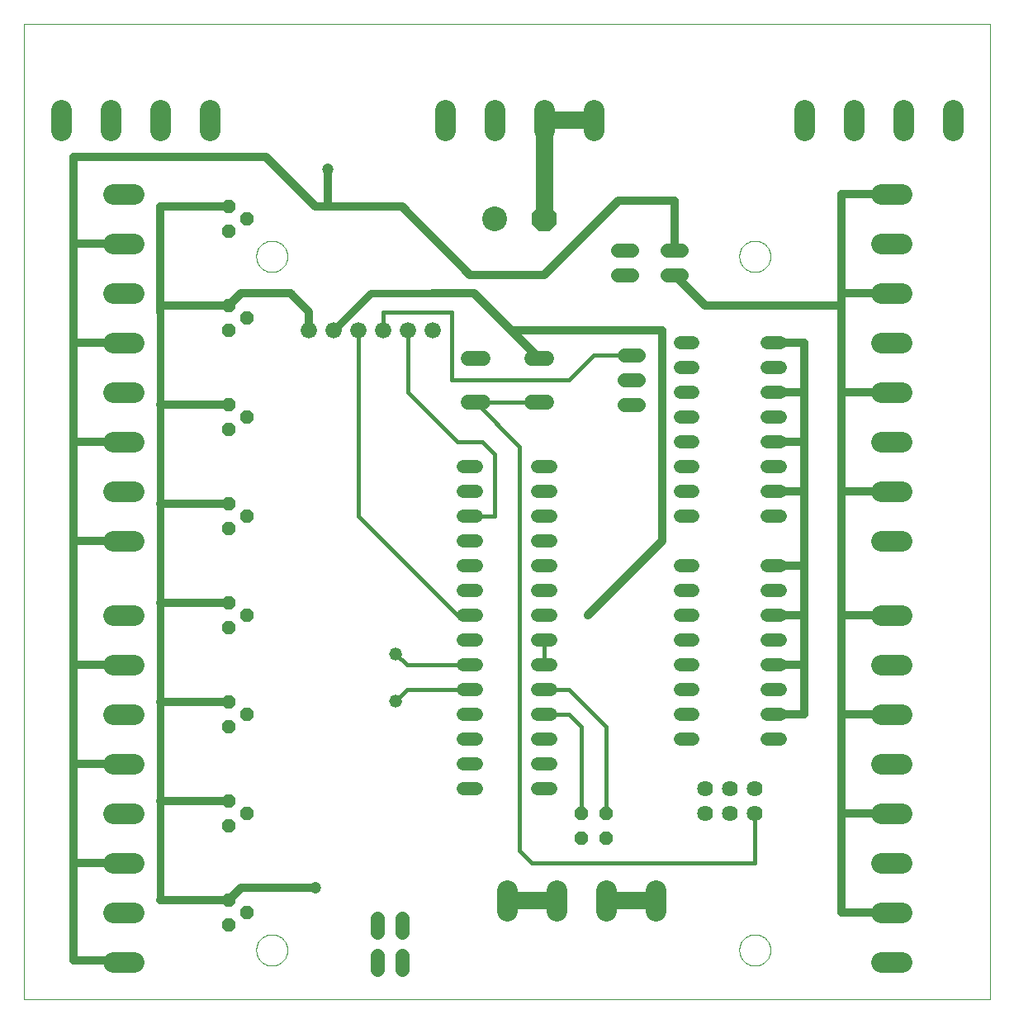
<source format=gtl>
G75*
G70*
%OFA0B0*%
%FSLAX24Y24*%
%IPPOS*%
%LPD*%
%AMOC8*
5,1,8,0,0,1.08239X$1,22.5*
%
%ADD10C,0.0000*%
%ADD11C,0.0825*%
%ADD12OC8,0.0520*%
%ADD13C,0.0520*%
%ADD14C,0.0600*%
%ADD15C,0.0660*%
%ADD16C,0.0520*%
%ADD17C,0.0640*%
%ADD18C,0.1000*%
%ADD19OC8,0.1000*%
%ADD20C,0.0560*%
%ADD21OC8,0.0560*%
%ADD22C,0.0320*%
%ADD23C,0.0472*%
%ADD24C,0.0315*%
%ADD25C,0.0700*%
%ADD26C,0.0356*%
%ADD27C,0.0157*%
%ADD28C,0.0160*%
D10*
X000101Y000242D02*
X000101Y039612D01*
X039093Y039612D01*
X039093Y000242D01*
X000101Y000242D01*
X009471Y002242D02*
X009473Y002292D01*
X009479Y002342D01*
X009489Y002391D01*
X009503Y002439D01*
X009520Y002486D01*
X009541Y002531D01*
X009566Y002575D01*
X009594Y002616D01*
X009626Y002655D01*
X009660Y002692D01*
X009697Y002726D01*
X009737Y002756D01*
X009779Y002783D01*
X009823Y002807D01*
X009869Y002828D01*
X009916Y002844D01*
X009964Y002857D01*
X010014Y002866D01*
X010063Y002871D01*
X010114Y002872D01*
X010164Y002869D01*
X010213Y002862D01*
X010262Y002851D01*
X010310Y002836D01*
X010356Y002818D01*
X010401Y002796D01*
X010444Y002770D01*
X010485Y002741D01*
X010524Y002709D01*
X010560Y002674D01*
X010592Y002636D01*
X010622Y002596D01*
X010649Y002553D01*
X010672Y002509D01*
X010691Y002463D01*
X010707Y002415D01*
X010719Y002366D01*
X010727Y002317D01*
X010731Y002267D01*
X010731Y002217D01*
X010727Y002167D01*
X010719Y002118D01*
X010707Y002069D01*
X010691Y002021D01*
X010672Y001975D01*
X010649Y001931D01*
X010622Y001888D01*
X010592Y001848D01*
X010560Y001810D01*
X010524Y001775D01*
X010485Y001743D01*
X010444Y001714D01*
X010401Y001688D01*
X010356Y001666D01*
X010310Y001648D01*
X010262Y001633D01*
X010213Y001622D01*
X010164Y001615D01*
X010114Y001612D01*
X010063Y001613D01*
X010014Y001618D01*
X009964Y001627D01*
X009916Y001640D01*
X009869Y001656D01*
X009823Y001677D01*
X009779Y001701D01*
X009737Y001728D01*
X009697Y001758D01*
X009660Y001792D01*
X009626Y001829D01*
X009594Y001868D01*
X009566Y001909D01*
X009541Y001953D01*
X009520Y001998D01*
X009503Y002045D01*
X009489Y002093D01*
X009479Y002142D01*
X009473Y002192D01*
X009471Y002242D01*
X028971Y002242D02*
X028973Y002292D01*
X028979Y002342D01*
X028989Y002391D01*
X029003Y002439D01*
X029020Y002486D01*
X029041Y002531D01*
X029066Y002575D01*
X029094Y002616D01*
X029126Y002655D01*
X029160Y002692D01*
X029197Y002726D01*
X029237Y002756D01*
X029279Y002783D01*
X029323Y002807D01*
X029369Y002828D01*
X029416Y002844D01*
X029464Y002857D01*
X029514Y002866D01*
X029563Y002871D01*
X029614Y002872D01*
X029664Y002869D01*
X029713Y002862D01*
X029762Y002851D01*
X029810Y002836D01*
X029856Y002818D01*
X029901Y002796D01*
X029944Y002770D01*
X029985Y002741D01*
X030024Y002709D01*
X030060Y002674D01*
X030092Y002636D01*
X030122Y002596D01*
X030149Y002553D01*
X030172Y002509D01*
X030191Y002463D01*
X030207Y002415D01*
X030219Y002366D01*
X030227Y002317D01*
X030231Y002267D01*
X030231Y002217D01*
X030227Y002167D01*
X030219Y002118D01*
X030207Y002069D01*
X030191Y002021D01*
X030172Y001975D01*
X030149Y001931D01*
X030122Y001888D01*
X030092Y001848D01*
X030060Y001810D01*
X030024Y001775D01*
X029985Y001743D01*
X029944Y001714D01*
X029901Y001688D01*
X029856Y001666D01*
X029810Y001648D01*
X029762Y001633D01*
X029713Y001622D01*
X029664Y001615D01*
X029614Y001612D01*
X029563Y001613D01*
X029514Y001618D01*
X029464Y001627D01*
X029416Y001640D01*
X029369Y001656D01*
X029323Y001677D01*
X029279Y001701D01*
X029237Y001728D01*
X029197Y001758D01*
X029160Y001792D01*
X029126Y001829D01*
X029094Y001868D01*
X029066Y001909D01*
X029041Y001953D01*
X029020Y001998D01*
X029003Y002045D01*
X028989Y002093D01*
X028979Y002142D01*
X028973Y002192D01*
X028971Y002242D01*
X028971Y030242D02*
X028973Y030292D01*
X028979Y030342D01*
X028989Y030391D01*
X029003Y030439D01*
X029020Y030486D01*
X029041Y030531D01*
X029066Y030575D01*
X029094Y030616D01*
X029126Y030655D01*
X029160Y030692D01*
X029197Y030726D01*
X029237Y030756D01*
X029279Y030783D01*
X029323Y030807D01*
X029369Y030828D01*
X029416Y030844D01*
X029464Y030857D01*
X029514Y030866D01*
X029563Y030871D01*
X029614Y030872D01*
X029664Y030869D01*
X029713Y030862D01*
X029762Y030851D01*
X029810Y030836D01*
X029856Y030818D01*
X029901Y030796D01*
X029944Y030770D01*
X029985Y030741D01*
X030024Y030709D01*
X030060Y030674D01*
X030092Y030636D01*
X030122Y030596D01*
X030149Y030553D01*
X030172Y030509D01*
X030191Y030463D01*
X030207Y030415D01*
X030219Y030366D01*
X030227Y030317D01*
X030231Y030267D01*
X030231Y030217D01*
X030227Y030167D01*
X030219Y030118D01*
X030207Y030069D01*
X030191Y030021D01*
X030172Y029975D01*
X030149Y029931D01*
X030122Y029888D01*
X030092Y029848D01*
X030060Y029810D01*
X030024Y029775D01*
X029985Y029743D01*
X029944Y029714D01*
X029901Y029688D01*
X029856Y029666D01*
X029810Y029648D01*
X029762Y029633D01*
X029713Y029622D01*
X029664Y029615D01*
X029614Y029612D01*
X029563Y029613D01*
X029514Y029618D01*
X029464Y029627D01*
X029416Y029640D01*
X029369Y029656D01*
X029323Y029677D01*
X029279Y029701D01*
X029237Y029728D01*
X029197Y029758D01*
X029160Y029792D01*
X029126Y029829D01*
X029094Y029868D01*
X029066Y029909D01*
X029041Y029953D01*
X029020Y029998D01*
X029003Y030045D01*
X028989Y030093D01*
X028979Y030142D01*
X028973Y030192D01*
X028971Y030242D01*
X009471Y030242D02*
X009473Y030292D01*
X009479Y030342D01*
X009489Y030391D01*
X009503Y030439D01*
X009520Y030486D01*
X009541Y030531D01*
X009566Y030575D01*
X009594Y030616D01*
X009626Y030655D01*
X009660Y030692D01*
X009697Y030726D01*
X009737Y030756D01*
X009779Y030783D01*
X009823Y030807D01*
X009869Y030828D01*
X009916Y030844D01*
X009964Y030857D01*
X010014Y030866D01*
X010063Y030871D01*
X010114Y030872D01*
X010164Y030869D01*
X010213Y030862D01*
X010262Y030851D01*
X010310Y030836D01*
X010356Y030818D01*
X010401Y030796D01*
X010444Y030770D01*
X010485Y030741D01*
X010524Y030709D01*
X010560Y030674D01*
X010592Y030636D01*
X010622Y030596D01*
X010649Y030553D01*
X010672Y030509D01*
X010691Y030463D01*
X010707Y030415D01*
X010719Y030366D01*
X010727Y030317D01*
X010731Y030267D01*
X010731Y030217D01*
X010727Y030167D01*
X010719Y030118D01*
X010707Y030069D01*
X010691Y030021D01*
X010672Y029975D01*
X010649Y029931D01*
X010622Y029888D01*
X010592Y029848D01*
X010560Y029810D01*
X010524Y029775D01*
X010485Y029743D01*
X010444Y029714D01*
X010401Y029688D01*
X010356Y029666D01*
X010310Y029648D01*
X010262Y029633D01*
X010213Y029622D01*
X010164Y029615D01*
X010114Y029612D01*
X010063Y029613D01*
X010014Y029618D01*
X009964Y029627D01*
X009916Y029640D01*
X009869Y029656D01*
X009823Y029677D01*
X009779Y029701D01*
X009737Y029728D01*
X009697Y029758D01*
X009660Y029792D01*
X009626Y029829D01*
X009594Y029868D01*
X009566Y029909D01*
X009541Y029953D01*
X009520Y029998D01*
X009503Y030045D01*
X009489Y030093D01*
X009479Y030142D01*
X009473Y030192D01*
X009471Y030242D01*
D11*
X004513Y030742D02*
X003688Y030742D01*
X003688Y032742D02*
X004513Y032742D01*
X003601Y035329D02*
X003601Y036154D01*
X005601Y036154D02*
X005601Y035329D01*
X007601Y035329D02*
X007601Y036154D01*
X001601Y036154D02*
X001601Y035329D01*
X003688Y028742D02*
X004513Y028742D01*
X004513Y026742D02*
X003688Y026742D01*
X003688Y024742D02*
X004513Y024742D01*
X004513Y022742D02*
X003688Y022742D01*
X003688Y020742D02*
X004513Y020742D01*
X004513Y018742D02*
X003688Y018742D01*
X003688Y015742D02*
X004513Y015742D01*
X004513Y013742D02*
X003688Y013742D01*
X003688Y011742D02*
X004513Y011742D01*
X004513Y009742D02*
X003688Y009742D01*
X003688Y007742D02*
X004513Y007742D01*
X004513Y005742D02*
X003688Y005742D01*
X003688Y003742D02*
X004513Y003742D01*
X004513Y001742D02*
X003688Y001742D01*
X019601Y003829D02*
X019601Y004654D01*
X021601Y004654D02*
X021601Y003829D01*
X023601Y003829D02*
X023601Y004654D01*
X025601Y004654D02*
X025601Y003829D01*
X034688Y003742D02*
X035513Y003742D01*
X035513Y005742D02*
X034688Y005742D01*
X034688Y007742D02*
X035513Y007742D01*
X035513Y009742D02*
X034688Y009742D01*
X034688Y011742D02*
X035513Y011742D01*
X035513Y013742D02*
X034688Y013742D01*
X034688Y015742D02*
X035513Y015742D01*
X035513Y018742D02*
X034688Y018742D01*
X034688Y020742D02*
X035513Y020742D01*
X035513Y022742D02*
X034688Y022742D01*
X034688Y024742D02*
X035513Y024742D01*
X035513Y026742D02*
X034688Y026742D01*
X034688Y028742D02*
X035513Y028742D01*
X035513Y030742D02*
X034688Y030742D01*
X034688Y032742D02*
X035513Y032742D01*
X035601Y035329D02*
X035601Y036154D01*
X037601Y036154D02*
X037601Y035329D01*
X033601Y035329D02*
X033601Y036154D01*
X031601Y036154D02*
X031601Y035329D01*
X023101Y035329D02*
X023101Y036154D01*
X021101Y036154D02*
X021101Y035329D01*
X019101Y035329D02*
X019101Y036154D01*
X017101Y036154D02*
X017101Y035329D01*
X034688Y001742D02*
X035513Y001742D01*
D12*
X009101Y003742D03*
X008351Y004242D03*
X008351Y003242D03*
X008351Y007242D03*
X009101Y007742D03*
X008351Y008242D03*
X008351Y011242D03*
X009101Y011742D03*
X008351Y012242D03*
X008351Y015242D03*
X009101Y015742D03*
X008351Y016242D03*
X008351Y019242D03*
X009101Y019742D03*
X008351Y020242D03*
X008351Y023242D03*
X009101Y023742D03*
X008351Y024242D03*
X008351Y027242D03*
X009101Y027742D03*
X008351Y028242D03*
X008351Y031242D03*
X009101Y031742D03*
X008351Y032242D03*
D13*
X017841Y021742D02*
X018361Y021742D01*
X018361Y020742D02*
X017841Y020742D01*
X017841Y019742D02*
X018361Y019742D01*
X018361Y018742D02*
X017841Y018742D01*
X017841Y017742D02*
X018361Y017742D01*
X018361Y016742D02*
X017841Y016742D01*
X017841Y015742D02*
X018361Y015742D01*
X018361Y014742D02*
X017841Y014742D01*
X017841Y013742D02*
X018361Y013742D01*
X018361Y012742D02*
X017841Y012742D01*
X017841Y011742D02*
X018361Y011742D01*
X018361Y010742D02*
X017841Y010742D01*
X017841Y009742D02*
X018361Y009742D01*
X018361Y008742D02*
X017841Y008742D01*
X020841Y008742D02*
X021361Y008742D01*
X021361Y009742D02*
X020841Y009742D01*
X020841Y010742D02*
X021361Y010742D01*
X021361Y011742D02*
X020841Y011742D01*
X020841Y012742D02*
X021361Y012742D01*
X021361Y013742D02*
X020841Y013742D01*
X020841Y014742D02*
X021361Y014742D01*
X021361Y015742D02*
X020841Y015742D01*
X020841Y016742D02*
X021361Y016742D01*
X021361Y017742D02*
X020841Y017742D01*
X020841Y018742D02*
X021361Y018742D01*
X021361Y019742D02*
X020841Y019742D01*
X020841Y020742D02*
X021361Y020742D01*
X021361Y021742D02*
X020841Y021742D01*
X026581Y021742D02*
X027101Y021742D01*
X027101Y020742D02*
X026581Y020742D01*
X026581Y019742D02*
X027101Y019742D01*
X027101Y017742D02*
X026581Y017742D01*
X026581Y016742D02*
X027101Y016742D01*
X027101Y015742D02*
X026581Y015742D01*
X026581Y014742D02*
X027101Y014742D01*
X027101Y013742D02*
X026581Y013742D01*
X026581Y012742D02*
X027101Y012742D01*
X027101Y011742D02*
X026581Y011742D01*
X026581Y010742D02*
X027101Y010742D01*
X030101Y010742D02*
X030621Y010742D01*
X030621Y011742D02*
X030101Y011742D01*
X030101Y012742D02*
X030621Y012742D01*
X030621Y013742D02*
X030101Y013742D01*
X030101Y014742D02*
X030621Y014742D01*
X030621Y015742D02*
X030101Y015742D01*
X030101Y016742D02*
X030621Y016742D01*
X030621Y017742D02*
X030101Y017742D01*
X030101Y019742D02*
X030621Y019742D01*
X030621Y020742D02*
X030101Y020742D01*
X030101Y021742D02*
X030621Y021742D01*
X030621Y022742D02*
X030101Y022742D01*
X030101Y023742D02*
X030621Y023742D01*
X030621Y024742D02*
X030101Y024742D01*
X030101Y025742D02*
X030621Y025742D01*
X030621Y026742D02*
X030101Y026742D01*
X027101Y026742D02*
X026581Y026742D01*
X026581Y025742D02*
X027101Y025742D01*
X027101Y024742D02*
X026581Y024742D01*
X026581Y023742D02*
X027101Y023742D01*
X027101Y022742D02*
X026581Y022742D01*
D14*
X021181Y024352D02*
X020581Y024352D01*
X020581Y026132D02*
X021181Y026132D01*
X018621Y026132D02*
X018021Y026132D01*
X018021Y024352D02*
X018621Y024352D01*
D15*
X016601Y027242D03*
X015601Y027242D03*
X014601Y027242D03*
X013601Y027242D03*
X012601Y027242D03*
X011601Y027242D03*
D16*
X015101Y014192D03*
X015101Y012292D03*
D17*
X027601Y008742D03*
X028601Y008742D03*
X028601Y007742D03*
X027601Y007742D03*
X029601Y007742D03*
X029601Y008742D03*
D18*
X019101Y031742D03*
D19*
X021101Y031742D03*
D20*
X024071Y030492D02*
X024631Y030492D01*
X024631Y029492D02*
X024071Y029492D01*
X026071Y029492D02*
X026631Y029492D01*
X026631Y030492D02*
X026071Y030492D01*
X024881Y026242D02*
X024321Y026242D01*
X024321Y025242D02*
X024881Y025242D01*
X024881Y024242D02*
X024321Y024242D01*
X015351Y003522D02*
X015351Y002962D01*
X015351Y002022D02*
X015351Y001462D01*
X014351Y001462D02*
X014351Y002022D01*
X014351Y002962D02*
X014351Y003522D01*
D21*
X022601Y006742D03*
X023601Y006742D03*
X023601Y007742D03*
X022601Y007742D03*
D22*
X030101Y011742D02*
X031601Y011742D01*
X031601Y013742D01*
X030101Y013742D01*
X031601Y013742D02*
X031601Y015742D01*
X030101Y015742D01*
X031601Y015742D02*
X031601Y017742D01*
X030101Y017742D01*
X031601Y017742D02*
X031601Y020742D01*
X030101Y020742D01*
X031601Y020742D02*
X031601Y022742D01*
X030101Y022742D01*
X031601Y022742D02*
X031601Y024742D01*
X030101Y024742D01*
X031601Y024742D02*
X031601Y026742D01*
X030101Y026742D01*
X027601Y028242D02*
X026351Y029492D01*
X026351Y030492D02*
X026351Y032492D01*
X024101Y032492D01*
X021101Y029492D01*
X018101Y029492D01*
X015351Y032242D01*
X012351Y032242D01*
X012351Y033742D01*
X012351Y032242D02*
X011851Y032242D01*
X009851Y034242D01*
X002101Y034242D01*
X002101Y030742D01*
X002101Y026742D01*
X004101Y026742D01*
X005601Y027992D02*
X005601Y032242D01*
X008351Y032242D01*
X008851Y028742D02*
X008351Y028242D01*
X005601Y028242D01*
X004101Y030742D02*
X002101Y030742D01*
X002101Y026742D02*
X002101Y022742D01*
X004101Y022742D01*
X005601Y024242D02*
X008351Y024242D01*
X011601Y027242D02*
X011601Y027992D01*
X010851Y028742D01*
X008851Y028742D01*
X002101Y022742D02*
X002101Y018742D01*
X004101Y018742D01*
X005601Y020242D02*
X008351Y020242D01*
X008351Y016242D02*
X005601Y016242D01*
X004101Y013742D02*
X002101Y013742D01*
X002101Y018742D01*
X002101Y013742D02*
X002101Y009742D01*
X004101Y009742D01*
X005601Y008242D02*
X008351Y008242D01*
X008851Y004742D02*
X011851Y004742D01*
X008851Y004742D02*
X008351Y004242D01*
X005601Y004242D01*
X004101Y005742D02*
X002101Y005742D01*
X002101Y009742D01*
X005601Y012242D02*
X008351Y012242D01*
X002101Y005742D02*
X002101Y001817D01*
X004101Y001817D01*
X004101Y001742D01*
X022851Y015742D02*
X025851Y018742D01*
X025851Y027242D01*
X019846Y027242D01*
X019846Y027166D01*
X020881Y026132D01*
X019846Y027166D02*
X018271Y028742D01*
X016601Y028742D01*
X027601Y028242D02*
X033101Y028242D01*
X033101Y028742D01*
X035101Y028742D01*
X033101Y028742D02*
X033101Y032742D01*
X035101Y032742D01*
X033101Y028242D02*
X033101Y024742D01*
X035101Y024742D01*
X033101Y024742D02*
X033101Y020742D01*
X035101Y020742D01*
X033101Y020742D02*
X033101Y015742D01*
X035101Y015742D01*
X033101Y015742D02*
X033101Y011742D01*
X033101Y007742D01*
X035101Y007742D01*
X033101Y007742D02*
X033101Y003742D01*
X035101Y003742D01*
X035101Y011742D02*
X033101Y011742D01*
D23*
X011851Y004742D03*
X012351Y033742D03*
D24*
X014101Y028742D02*
X012601Y027242D01*
X014101Y028742D02*
X016601Y028742D01*
X018211Y026132D02*
X018321Y026132D01*
X005601Y027992D02*
X005601Y024242D01*
X005601Y020242D01*
X005601Y016242D01*
X005601Y012242D01*
X005601Y008242D01*
X005601Y004242D01*
X005601Y027992D02*
X005601Y028242D01*
D25*
X021101Y031742D02*
X021101Y035742D01*
X023101Y035742D01*
X023601Y004242D02*
X025601Y004242D01*
X021601Y004242D02*
X019601Y004242D01*
D26*
X022851Y015742D03*
D27*
X019101Y019742D02*
X019101Y022242D01*
X018601Y022742D01*
X017601Y022742D01*
X015601Y024742D01*
X013601Y027242D02*
X013601Y019742D01*
X017601Y015742D01*
X018101Y015742D01*
X018101Y019742D02*
X019101Y019742D01*
X020101Y022572D02*
X018321Y024352D01*
X020881Y024352D01*
X020101Y022572D02*
X020101Y006242D01*
X020601Y005742D01*
X029601Y005742D01*
X029601Y007742D01*
D28*
X023601Y007742D02*
X023601Y011242D01*
X022101Y012742D01*
X021101Y012742D01*
X021101Y011742D02*
X022101Y011742D01*
X022601Y011242D01*
X022601Y007742D01*
X018101Y012742D02*
X015551Y012742D01*
X015101Y012292D01*
X015551Y013742D02*
X018101Y013742D01*
X015551Y013742D02*
X015101Y014192D01*
X021101Y013742D02*
X021101Y014742D01*
X015601Y024742D02*
X015601Y027242D01*
X014601Y027242D02*
X014601Y027992D01*
X017351Y027992D01*
X017351Y025242D01*
X022101Y025242D01*
X023101Y026242D01*
X024601Y026242D01*
M02*

</source>
